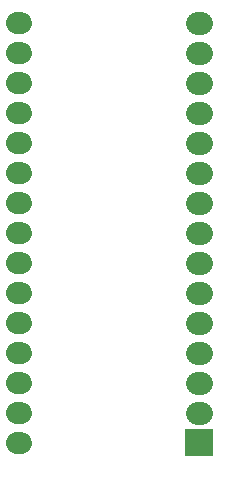
<source format=gbs>
G04 Layer: BottomSolderMaskLayer*
G04 EasyEDA v6.4.25, 2021-11-07T18:49:49+08:00*
G04 17709bb464344bc48104dd2e4a5a7999,bf42d0b733a240ea811a95ecb7acc88b,10*
G04 Gerber Generator version 0.2*
G04 Scale: 100 percent, Rotated: No, Reflected: No *
G04 Dimensions in millimeters *
G04 leading zeros omitted , absolute positions ,4 integer and 5 decimal *
%FSLAX45Y45*%
%MOMM*%

%ADD25C,1.9812*%
%ADD26C,1.9032*%

%LPD*%
D25*
X2945894Y5943600D02*
G01*
X2978096Y5943600D01*
X2945894Y6197600D02*
G01*
X2978096Y6197600D01*
X2945894Y6451600D02*
G01*
X2978096Y6451600D01*
X2945894Y6705600D02*
G01*
X2978096Y6705600D01*
X2945894Y6959600D02*
G01*
X2978096Y6959600D01*
X2945894Y7213600D02*
G01*
X2978096Y7213600D01*
X2945894Y7467600D02*
G01*
X2978096Y7467600D01*
X2945894Y7721600D02*
G01*
X2978096Y7721600D01*
X2945894Y7975600D02*
G01*
X2978096Y7975600D01*
X2945894Y8229600D02*
G01*
X2978096Y8229600D01*
X2945894Y8483600D02*
G01*
X2978096Y8483600D01*
X2945894Y8737600D02*
G01*
X2978096Y8737600D01*
X2945894Y8991600D02*
G01*
X2978096Y8991600D01*
X2945894Y9245600D02*
G01*
X2978096Y9245600D01*
D26*
X1417995Y5689600D02*
G01*
X1457995Y5689600D01*
X1417995Y5943600D02*
G01*
X1457995Y5943600D01*
X1417995Y6197600D02*
G01*
X1457995Y6197600D01*
X1417995Y6451600D02*
G01*
X1457995Y6451600D01*
X1417995Y6705600D02*
G01*
X1457995Y6705600D01*
X1417995Y6959600D02*
G01*
X1457995Y6959600D01*
X1417995Y7213600D02*
G01*
X1457995Y7213600D01*
X1417995Y7467600D02*
G01*
X1457995Y7467600D01*
X1417995Y7721600D02*
G01*
X1457995Y7721600D01*
X1417995Y7975600D02*
G01*
X1457995Y7975600D01*
X1417995Y8229600D02*
G01*
X1457995Y8229600D01*
X1417995Y8483600D02*
G01*
X1457995Y8483600D01*
X1417995Y8737600D02*
G01*
X1457995Y8737600D01*
X1417995Y8991600D02*
G01*
X1457995Y8991600D01*
X1417995Y9245600D02*
G01*
X1457995Y9245600D01*
G36*
X2846831Y5574537D02*
G01*
X2846831Y5804662D01*
X3077209Y5804662D01*
X3077209Y5574537D01*
G37*
M02*

</source>
